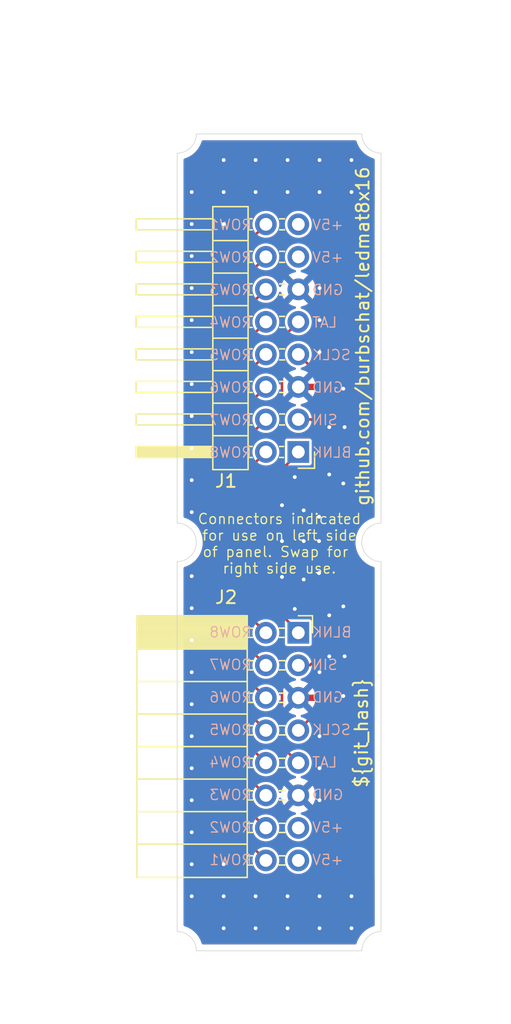
<source format=kicad_pcb>
(kicad_pcb (version 20241229) (generator "pcbnew") (generator_version "9.0")
  (layers (0 "F.Cu" signal) (2 "B.Cu" signal) (13 "F.Paste" user) (15 "B.Paste" user) (5 "F.SilkS" user "F.Silkscreen") (7 "B.SilkS" user "B.Silkscreen") (1 "F.Mask" user) (3 "B.Mask" user) (25 "Edge.Cuts" user))
  (net 0 "")
  (net 1 "/SCLK")
  (net 2 "/ROW2")
  (net 3 "/ROW7")
  (net 4 "/ROW5")
  (net 5 "/ROW8")
  (net 6 "/SIN")
  (net 7 "/ROW4")
  (net 8 "/ROW3")
  (net 9 "/ROW1")
  (net 10 "+5V")
  (net 11 "GND")
  (net 12 "/ROW6")
  (net 13 "/BLANK")
  (net 14 "/LAT")
  (footprint "Connector_PinHeader_2.54mm:PinHeader_2x08_P2.54mm_Horizontal" (layer "F.Cu") (at 138.34066 90.30066 180)
    (property "Reference" "J1" (at 5.655 -2.27 0) (layer "F.SilkS"))
    (property "Value" "Conn_02x08_Odd_Even")
    (fp_line (start 12.69 18.21) (end 6.69 18.21) (stroke (width 0.12)) (layer "F.SilkS"))
    (fp_line (start 12.69 17.35) (end 12.69 18.21) (stroke (width 0.12)) (layer "F.SilkS"))
    (fp_line (start 12.69 15.67) (end 6.69 15.67) (stroke (width 0.12)) (layer "F.SilkS"))
    (fp_line (start 12.69 14.81) (end 12.69 15.67) (stroke (width 0.12)) (layer "F.SilkS"))
    (fp_line (start 12.69 13.13) (end 6.69 13.13) (stroke (width 0.12)) (layer "F.SilkS"))
    (fp_line (start 12.69 12.27) (end 12.69 13.13) (stroke (width 0.12)) (layer "F.SilkS"))
    (fp_line (start 12.69 10.59) (end 6.69 10.59) (stroke (width 0.12)) (layer "F.SilkS"))
    (fp_line (start 12.69 9.73) (end 12.69 10.59) (stroke (width 0.12)) (layer "F.SilkS"))
    (fp_line (start 12.69 8.05) (end 6.69 8.05) (stroke (width 0.12)) (layer "F.SilkS"))
    (fp_line (start 12.69 7.19) (end 12.69 8.05) (stroke (width 0.12)) (layer "F.SilkS"))
    (fp_line (start 12.69 5.51) (end 6.69 5.51) (stroke (width 0.12)) (layer "F.SilkS"))
    (fp_line (start 12.69 4.65) (end 12.69 5.51) (stroke (width 0.12)) (layer "F.SilkS"))
    (fp_line (start 12.69 2.97) (end 6.69 2.97) (stroke (width 0.12)) (layer "F.SilkS"))
    (fp_line (start 12.69 2.11) (end 12.69 2.97) (stroke (width 0.12)) (layer "F.SilkS"))
    (fp_line (start 6.69 19.16) (end 6.69 -1.38) (stroke (width 0.12)) (layer "F.SilkS"))
    (fp_line (start 6.69 17.35) (end 12.69 17.35) (stroke (width 0.12)) (layer "F.SilkS"))
    (fp_line (start 6.69 14.81) (end 12.69 14.81) (stroke (width 0.12)) (layer "F.SilkS"))
    (fp_line (start 6.69 12.27) (end 12.69 12.27) (stroke (width 0.12)) (layer "F.SilkS"))
    (fp_line (start 6.69 9.73) (end 12.69 9.73) (stroke (width 0.12)) (layer "F.SilkS"))
    (fp_line (start 6.69 7.19) (end 12.69 7.19) (stroke (width 0.12)) (layer "F.SilkS"))
    (fp_line (start 6.69 4.65) (end 12.69 4.65) (stroke (width 0.12)) (layer "F.SilkS"))
    (fp_line (start 6.69 2.11) (end 12.69 2.11) (stroke (width 0.12)) (layer "F.SilkS"))
    (fp_line (start 6.69 -1.38) (end 3.93 -1.38) (stroke (width 0.12)) (layer "F.SilkS"))
    (fp_line (start 3.93 19.16) (end 6.69 19.16) (stroke (width 0.12)) (layer "F.SilkS"))
    (fp_line (start 3.93 16.51) (end 6.69 16.51) (stroke (width 0.12)) (layer "F.SilkS"))
    (fp_line (start 3.93 13.97) (end 6.69 13.97) (stroke (width 0.12)) (layer "F.SilkS"))
    (fp_line (start 3.93 11.43) (end 6.69 11.43) (stroke (width 0.12)) (layer "F.SilkS"))
    (fp_line (start 3.93 8.89) (end 6.69 8.89) (stroke (width 0.12)) (layer "F.SilkS"))
    (fp_line (start 3.93 6.35) (end 6.69 6.35) (stroke (width 0.12)) (layer "F.SilkS"))
    (fp_line (start 3.93 3.81) (end 6.69 3.81) (stroke (width 0.12)) (layer "F.SilkS"))
    (fp_line (start 3.93 1.27) (end 6.69 1.27) (stroke (width 0.12)) (layer "F.SilkS"))
    (fp_line (start 3.93 -1.38) (end 3.93 19.16) (stroke (width 0.12)) (layer "F.SilkS"))
    (fp_line (start 3.617358 18.21) (end 3.93 18.21) (stroke (width 0.12)) (layer "F.SilkS"))
    (fp_line (start 3.617358 17.35) (end 3.93 17.35) (stroke (width 0.12)) (layer "F.SilkS"))
    (fp_line (start 3.617358 15.67) (end 3.93 15.67) (stroke (width 0.12)) (layer "F.SilkS"))
    (fp_line (start 3.617358 14.81) (end 3.93 14.81) (stroke (width 0.12)) (layer "F.SilkS"))
    (fp_line (start 3.617358 13.13) (end 3.93 13.13) (stroke (width 0.12)) (layer "F.SilkS"))
    (fp_line (start 3.617358 12.27) (end 3.93 12.27) (stroke (width 0.12)) (layer "F.SilkS"))
    (fp_line (start 3.617358 10.59) (end 3.93 10.59) (stroke (width 0.12)) (layer "F.SilkS"))
    (fp_line (start 3.617358 9.73) (end 3.93 9.73) (stroke (width 0.12)) (layer "F.SilkS"))
    (fp_line (start 3.617358 8.05) (end 3.93 8.05) (stroke (width 0.12)) (layer "F.SilkS"))
    (fp_line (start 3.617358 7.19) (end 3.93 7.19) (stroke (width 0.12)) (layer "F.SilkS"))
    (fp_line (start 3.617358 5.51) (end 3.93 5.51) (stroke (width 0.12)) (layer "F.SilkS"))
    (fp_line (start 3.617358 4.65) (end 3.93 4.65) (stroke (width 0.12)) (layer "F.SilkS"))
    (fp_line (start 3.617358 2.97) (end 3.93 2.97) (stroke (width 0.12)) (layer "F.SilkS"))
    (fp_line (start 3.617358 2.11) (end 3.93 2.11) (stroke (width 0.12)) (layer "F.SilkS"))
    (fp_line (start 3.617358 0.43) (end 3.93 0.43) (stroke (width 0.12)) (layer "F.SilkS"))
    (fp_line (start 3.617358 -0.43) (end 3.93 -0.43) (stroke (width 0.12)) (layer "F.SilkS"))
    (fp_line (start 1.16 0.43) (end 1.462642 0.43) (stroke (width 0.12)) (layer "F.SilkS"))
    (fp_line (start 1.16 -0.43) (end 1.462642 -0.43) (stroke (width 0.12)) (layer "F.SilkS"))
    (fp_line (start 1.077358 18.21) (end 1.462642 18.21) (stroke (width 0.12)) (layer "F.SilkS"))
    (fp_line (start 1.077358 17.35) (end 1.462642 17.35) (stroke (width 0.12)) (layer "F.SilkS"))
    (fp_line (start 1.077358 15.67) (end 1.462642 15.67) (stroke (width 0.12)) (layer "F.SilkS"))
    (fp_line (start 1.077358 14.81) (end 1.462642 14.81) (stroke (width 0.12)) (layer "F.SilkS"))
    (fp_line (start 1.077358 13.13) (end 1.462642 13.13) (stroke (width 0.12)) (layer "F.SilkS"))
    (fp_line (start 1.077358 12.27) (end 1.462642 12.27) (stroke (width 0.12)) (layer "F.SilkS"))
    (fp_line (start 1.077358 10.59) (end 1.462642 10.59) (stroke (width 0.12)) (layer "F.SilkS"))
    (fp_line (start 1.077358 9.73) (end 1.462642 9.73) (stroke (width 0.12)) (layer "F.SilkS"))
    (fp_line (start 1.077358 8.05) (end 1.462642 8.05) (stroke (width 0.12)) (layer "F.SilkS"))
    (fp_line (start 1.077358 7.19) (end 1.462642 7.19) (stroke (width 0.12)) (layer "F.SilkS"))
    (fp_line (start 1.077358 5.51) (end 1.462642 5.51) (stroke (width 0.12)) (layer "F.SilkS"))
    (fp_line (start 1.077358 4.65) (end 1.462642 4.65) (stroke (width 0.12)) (layer "F.SilkS"))
    (fp_line (start 1.077358 2.97) (end 1.462642 2.97) (stroke (width 0.12)) (layer "F.SilkS"))
    (fp_line (start 1.077358 2.11) (end 1.462642 2.11) (stroke (width 0.12)) (layer "F.SilkS"))
    (fp_line (start -1.27 0) (end -1.27 -1.27) (stroke (width 0.12)) (layer "F.SilkS"))
    (fp_line (start -1.27 -1.27) (end 0 -1.27) (stroke (width 0.12)) (layer "F.SilkS"))
    (fp_rect (start 6.69 -0.43) (end 12.69 0.43) (stroke (width 0.12)) (fill yes) (layer "F.SilkS"))
    (pad "1" thru_hole rect (at 0 0 180) (size 1.7 1.7) (drill 1) (layers "*.Cu" "*.Mask") (net 13 "/BLANK"))
    (pad "2" thru_hole circle (at 2.54 0 180) (size 1.7 1.7) (drill 1) (layers "*.Cu" "*.Mask") (net 5 "/ROW8"))
    (pad "3" thru_hole circle (at 0 2.54 180) (size 1.7 1.7) (drill 1) (layers "*.Cu" "*.Mask") (net 6 "/SIN"))
    (pad "4" thru_hole circle (at 2.54 2.54 180) (size 1.7 1.7) (drill 1) (layers "*.Cu" "*.Mask") (net 3 "/ROW7"))
    (pad "5" thru_hole circle (at 0 5.08 180) (size 1.7 1.7) (drill 1) (layers "*.Cu" "*.Mask") (net 11 "GND"))
    (pad "6" thru_hole circle (at 2.54 5.08 180) (size 1.7 1.7) (drill 1) (layers "*.Cu" "*.Mask") (net 12 "/ROW6"))
    (pad "7" thru_hole circle (at 0 7.62 180) (size 1.7 1.7) (drill 1) (layers "*.Cu" "*.Mask") (net 1 "/SCLK"))
    (pad "8" thru_hole circle (at 2.54 7.62 180) (size 1.7 1.7) (drill 1) (layers "*.Cu" "*.Mask") (net 4 "/ROW5"))
    (pad "9" thru_hole circle (at 0 10.16 180) (size 1.7 1.7) (drill 1) (layers "*.Cu" "*.Mask") (net 14 "/LAT"))
    (pad "10" thru_hole circle (at 2.54 10.16 180) (size 1.7 1.7) (drill 1) (layers "*.Cu" "*.Mask") (net 7 "/ROW4"))
    (pad "11" thru_hole circle (at 0 12.7 180) (size 1.7 1.7) (drill 1) (layers "*.Cu" "*.Mask") (net 11 "GND"))
    (pad "12" thru_hole circle (at 2.54 12.7 180) (size 1.7 1.7) (drill 1) (layers "*.Cu" "*.Mask") (net 8 "/ROW3"))
    (pad "13" thru_hole circle (at 0 15.24 180) (size 1.7 1.7) (drill 1) (layers "*.Cu" "*.Mask") (net 10 "+5V"))
    (pad "14" thru_hole circle (at 2.54 15.24 180) (size 1.7 1.7) (drill 1) (layers "*.Cu" "*.Mask") (net 2 "/ROW2"))
    (pad "15" thru_hole circle (at 0 17.78 180) (size 1.7 1.7) (drill 1) (layers "*.Cu" "*.Mask") (net 10 "+5V"))
    (pad "16" thru_hole circle (at 2.54 17.78 180) (size 1.7 1.7) (drill 1) (layers "*.Cu" "*.Mask") (net 9 "/ROW1"))
  )
  (footprint "Connector_PinSocket_2.54mm:PinSocket_2x08_P2.54mm_Horizontal" (layer "F.Cu") (at 138.3407 104.42066)
    (property "Reference" "J2" (at -5.65 -2.77 0) (layer "F.SilkS"))
    (property "Value" "Conn_02x08_Odd_Even")
    (fp_line (start -12.63 -1.33) (end -12.63 19.11) (stroke (width 0.12)) (layer "F.SilkS"))
    (fp_line (start -12.63 -1.33) (end -4 -1.33) (stroke (width 0.12)) (layer "F.SilkS"))
    (fp_line (start -12.63 -1.21) (end -4 -1.21) (stroke (width 0.12)) (layer "F.SilkS"))
    (fp_line (start -12.63 -1.091905) (end -4 -1.091905) (stroke (width 0.12)) (layer "F.SilkS"))
    (fp_line (start -12.63 -0.97381) (end -4 -0.97381) (stroke (width 0.12)) (layer "F.SilkS"))
    (fp_line (start -12.63 -0.855715) (end -4 -0.855715) (stroke (width 0.12)) (layer "F.SilkS"))
    (fp_line (start -12.63 -0.73762) (end -4 -0.73762) (stroke (width 0.12)) (layer "F.SilkS"))
    (fp_line (start -12.63 -0.619525) (end -4 -0.619525) (stroke (width 0.12)) (layer "F.SilkS"))
    (fp_line (start -12.63 -0.50143) (end -4 -0.50143) (stroke (width 0.12)) (layer "F.SilkS"))
    (fp_line (start -12.63 -0.383335) (end -4 -0.383335) (stroke (width 0.12)) (layer "F.SilkS"))
    (fp_line (start -12.63 -0.26524) (end -4 -0.26524) (stroke (width 0.12)) (layer "F.SilkS"))
    (fp_line (start -12.63 -0.147145) (end -4 -0.147145) (stroke (width 0.12)) (layer "F.SilkS"))
    (fp_line (start -12.63 -0.02905) (end -4 -0.02905) (stroke (width 0.12)) (layer "F.SilkS"))
    (fp_line (start -12.63 0.089045) (end -4 0.089045) (stroke (width 0.12)) (layer "F.SilkS"))
    (fp_line (start -12.63 0.20714) (end -4 0.20714) (stroke (width 0.12)) (layer "F.SilkS"))
    (fp_line (start -12.63 0.325235) (end -4 0.325235) (stroke (width 0.12)) (layer "F.SilkS"))
    (fp_line (start -12.63 0.44333) (end -4 0.44333) (stroke (width 0.12)) (layer "F.SilkS"))
    (fp_line (start -12.63 0.561425) (end -4 0.561425) (stroke (width 0.12)) (layer "F.SilkS"))
    (fp_line (start -12.63 0.67952) (end -4 0.67952) (stroke (width 0.12)) (layer "F.SilkS"))
    (fp_line (start -12.63 0.797615) (end -4 0.797615) (stroke (width 0.12)) (layer "F.SilkS"))
    (fp_line (start -12.63 0.91571) (end -4 0.91571) (stroke (width 0.12)) (layer "F.SilkS"))
    (fp_line (start -12.63 1.033805) (end -4 1.033805) (stroke (width 0.12)) (layer "F.SilkS"))
    (fp_line (start -12.63 1.1519) (end -4 1.1519) (stroke (width 0.12)) (layer "F.SilkS"))
    (fp_line (start -12.63 1.27) (end -4 1.27) (stroke (width 0.12)) (layer "F.SilkS"))
    (fp_line (start -12.63 3.81) (end -4 3.81) (stroke (width 0.12)) (layer "F.SilkS"))
    (fp_line (start -12.63 6.35) (end -4 6.35) (stroke (width 0.12)) (layer "F.SilkS"))
    (fp_line (start -12.63 8.89) (end -4 8.89) (stroke (width 0.12)) (layer "F.SilkS"))
    (fp_line (start -12.63 11.43) (end -4 11.43) (stroke (width 0.12)) (layer "F.SilkS"))
    (fp_line (start -12.63 13.97) (end -4 13.97) (stroke (width 0.12)) (layer "F.SilkS"))
    (fp_line (start -12.63 16.51) (end -4 16.51) (stroke (width 0.12)) (layer "F.SilkS"))
    (fp_line (start -12.63 19.11) (end -4 19.11) (stroke (width 0.12)) (layer "F.SilkS"))
    (fp_line (start -4 -1.33) (end -4 19.11) (stroke (width 0.12)) (layer "F.SilkS"))
    (fp_line (start -4 -0.36) (end -3.59 -0.36) (stroke (width 0.12)) (layer "F.SilkS"))
    (fp_line (start -4 0.36) (end -3.59 0.36) (stroke (width 0.12)) (layer "F.SilkS"))
    (fp_line (start -4 2.18) (end -3.59 2.18) (stroke (width 0.12)) (layer "F.SilkS"))
    (fp_line (start -4 2.9) (end -3.59 2.9) (stroke (width 0.12)) (layer "F.SilkS"))
    (fp_line (start -4 4.72) (end -3.59 4.72) (stroke (width 0.12)) (layer "F.SilkS"))
    (fp_line (start -4 5.44) (end -3.59 5.44) (stroke (width 0.12)) (layer "F.SilkS"))
    (fp_line (start -4 7.26) (end -3.59 7.26) (stroke (width 0.12)) (layer "F.SilkS"))
    (fp_line (start -4 7.98) (end -3.59 7.98) (stroke (width 0.12)) (layer "F.SilkS"))
    (fp_line (start -4 9.8) (end -3.59 9.8) (stroke (width 0.12)) (layer "F.SilkS"))
    (fp_line (start -4 10.52) (end -3.59 10.52) (stroke (width 0.12)) (layer "F.SilkS"))
    (fp_line (start -4 12.34) (end -3.59 12.34) (stroke (width 0.12)) (layer "F.SilkS"))
    (fp_line (start -4 13.06) (end -3.59 13.06) (stroke (width 0.12)) (layer "F.SilkS"))
    (fp_line (start -4 14.88) (end -3.59 14.88) (stroke (width 0.12)) (layer "F.SilkS"))
    (fp_line (start -4 15.6) (end -3.59 15.6) (stroke (width 0.12)) (layer "F.SilkS"))
    (fp_line (start -4 17.42) (end -3.59 17.42) (stroke (width 0.12)) (layer "F.SilkS"))
    (fp_line (start -4 18.14) (end -3.59 18.14) (stroke (width 0.12)) (layer "F.SilkS"))
    (fp_line (start -1.49 -0.36) (end -1.11 -0.36) (stroke (width 0.12)) (layer "F.SilkS"))
    (fp_line (start -1.49 0.36) (end -1.11 0.36) (stroke (width 0.12)) (layer "F.SilkS"))
    (fp_line (start -1.49 2.18) (end -1.05 2.18) (stroke (width 0.12)) (layer "F.SilkS"))
    (fp_line (start -1.49 2.9) (end -1.05 2.9) (stroke (width 0.12)) (layer "F.SilkS"))
    (fp_line (start -1.49 4.72) (end -1.05 4.72) (stroke (width 0.12)) (layer "F.SilkS"))
    (fp_line (start -1.49 5.44) (end -1.05 5.44) (stroke (width 0.12)) (layer "F.SilkS"))
    (fp_line (start -1.49 7.26) (end -1.05 7.26) (stroke (width 0.12)) (layer "F.SilkS"))
    (fp_line (start -1.49 7.98) (end -1.05 7.98) (stroke (width 0.12)) (layer "F.SilkS"))
    (fp_line (start -1.49 9.8) (end -1.05 9.8) (stroke (width 0.12)) (layer "F.SilkS"))
    (fp_line (start -1.49 10.52) (end -1.05 10.52) (stroke (width 0.12)) (layer "F.SilkS"))
    (fp_line (start -1.49 12.34) (end -1.05 12.34) (stroke (width 0.12)) (layer "F.SilkS"))
    (fp_line (start -1.49 13.06) (end -1.05 13.06) (stroke (width 0.12)) (layer "F.SilkS"))
    (fp_line (start -1.49 14.88) (end -1.05 14.88) (stroke (width 0.12)) (layer "F.SilkS"))
    (fp_line (start -1.49 15.6) (end -1.05 15.6) (stroke (width 0.12)) (layer "F.SilkS"))
    (fp_line (start -1.49 17.42) (end -1.05 17.42) (stroke (width 0.12)) (layer "F.SilkS"))
    (fp_line (start -1.49 18.14) (end -1.05 18.14) (stroke (width 0.12)) (layer "F.SilkS"))
    (fp_line (start 0 -1.33) (end 1.11 -1.33) (stroke (width 0.12)) (layer "F.SilkS"))
    (fp_line (start 1.11 -1.33) (end 1.11 0) (stroke (width 0.12)) (layer "F.SilkS"))
    (pad "1" thru_hole rect (at 0 0) (size 1.7 1.7) (drill 1) (layers "*.Cu" "*.Mask") (net 13 "/BLANK"))
    (pad "2" thru_hole circle (at -2.54 0) (size 1.7 1.7) (drill 1) (layers "*.Cu" "*.Mask") (net 5 "/ROW8"))
    (pad "3" thru_hole circle (at 0 2.54) (size 1.7 1.7) (drill 1) (layers "*.Cu" "*.Mask") (net 6 "/SIN"))
    (pad "4" thru_hole circle (at -2.54 2.54) (size 1.7 1.7) (drill 1) (layers "*.Cu" "*.Mask") (net 3 "/ROW7"))
    (pad "5" thru_hole circle (at 0 5.08) (size 1.7 1.7) (drill 1) (layers "*.Cu" "*.Mask") (net 11 "GND"))
    (pad "6" thru_hole circle (at -2.54 5.08) (size 1.7 1.7) (drill 1) (layers "*.Cu" "*.Mask") (net 12 "/ROW6"))
    (pad "7" thru_hole circle (at 0 7.62) (size 1.7 1.7) (drill 1) (layers "*.Cu" "*.Mask") (net 1 "/SCLK"))
    (pad "8" thru_hole circle (at -2.54 7.62) (size 1.7 1.7) (drill 1) (layers "*.Cu" "*.Mask") (net 4 "/ROW5"))
    (pad "9" thru_hole circle (at 0 10.16) (size 1.7 1.7) (drill 1) (layers "*.Cu" "*.Mask") (net 14 "/LAT"))
    (pad "10" thru_hole circle (at -2.54 10.16) (size 1.7 1.7) (drill 1) (layers "*.Cu" "*.Mask") (net 7 "/ROW4"))
    (pad "11" thru_hole circle (at 0 12.7) (size 1.7 1.7) (drill 1) (layers "*.Cu" "*.Mask") (net 11 "GND"))
    (pad "12" thru_hole circle (at -2.54 12.7) (size 1.7 1.7) (drill 1) (layers "*.Cu" "*.Mask") (net 8 "/ROW3"))
    (pad "13" thru_hole circle (at 0 15.24) (size 1.7 1.7) (drill 1) (layers "*.Cu" "*.Mask") (net 10 "+5V"))
    (pad "14" thru_hole circle (at -2.54 15.24) (size 1.7 1.7) (drill 1) (layers "*.Cu" "*.Mask") (net 2 "/ROW2"))
    (pad "15" thru_hole circle (at 0 17.78) (size 1.7 1.7) (drill 1) (layers "*.Cu" "*.Mask") (net 10 "+5V"))
    (pad "16" thru_hole circle (at -2.54 17.78) (size 1.7 1.7) (drill 1) (layers "*.Cu" "*.Mask") (net 9 "/ROW1"))
  )
  (gr_line (start 144.8106 66.96062) (end 144.81061 95.860581) (stroke (width 0.05)) (layer "Edge.Cuts"))
  (gr_arc (start 144.810581 66.96062) (mid 143.749923 66.521306) (end 143.310581 65.46066) (stroke (width 0.05)) (layer "Edge.Cuts"))
  (gr_line (start 143.31062 129.2607) (end 130.36066 129.26066) (stroke (width 0.05)) (layer "Edge.Cuts"))
  (gr_line (start 128.86066 127.76066) (end 128.86066 98.86066) (stroke (width 0.05)) (layer "Edge.Cuts"))
  (gr_arc (start 143.31059 97.36058) (mid 143.74993 96.29992) (end 144.81059 95.86058) (stroke (width 0.05)) (layer "Edge.Cuts"))
  (gr_arc (start 128.86066 95.86066) (mid 129.92132 96.3) (end 130.36066 97.36066) (stroke (width 0.05)) (layer "Edge.Cuts"))
  (gr_line (start 144.81059 98.860659) (end 144.8106 127.76062) (stroke (width 0.05)) (layer "Edge.Cuts"))
  (gr_arc (start 143.31062 129.2607) (mid 143.749934 128.200042) (end 144.81058 127.7607) (stroke (width 0.05)) (layer "Edge.Cuts"))
  (gr_arc (start 130.36066 65.46066) (mid 129.921346 66.521318) (end 128.8607 66.96066) (stroke (width 0.05)) (layer "Edge.Cuts"))
  (gr_arc (start 144.81059 98.860659) (mid 143.74993 98.421319) (end 143.31059 97.360659) (stroke (width 0.05)) (layer "Edge.Cuts"))
  (gr_line (start 128.86066 95.86066) (end 128.8607 66.96066) (stroke (width 0.05)) (layer "Edge.Cuts"))
  (gr_line (start 130.36066 65.46066) (end 143.310581 65.46066) (stroke (width 0.05)) (layer "Edge.Cuts"))
  (gr_arc (start 130.36066 97.36066) (mid 129.92132 98.42132) (end 128.86066 98.86066) (stroke (width 0.05)) (layer "Edge.Cuts"))
  (gr_arc (start 128.86066 127.76066) (mid 129.921318 128.199974) (end 130.36066 129.26062) (stroke (width 0.05)) (layer "Edge.Cuts"))
  (gr_text "${git_hash}" (at 143.8607 112.2607 90) (layer "F.SilkS") (effects (font (size 1 1)) (justify bottom)))
  (gr_text "github.com/burbschat/ledmat8x16" (at 143.9607 81.2607 90) (layer "F.SilkS") (effects (font (size 1 1)) (justify bottom)))
  (gr_text "Connectors indicated\nfor use on left side\nof panel. Swap for \nright side use." (at 136.8607 97.4607 0) (layer "F.SilkS") (effects (font (size 0.8 0.8) (thickness 0.1))))
  (gr_text "ROW8" (at 134.7607 104.3807 0) (layer "B.SilkS") (effects (font (size 0.8 0.8) (thickness 0.1)) (justify left mirror)))
  (gr_text "LAT" (at 139.3607 114.5407 0) (layer "B.SilkS") (effects (font (size 0.8 0.8) (thickness 0.1)) (justify right mirror)))
  (gr_text "GND" (at 139.3607 117.0807 0) (layer "B.SilkS") (effects (font (size 0.8 0.8) (thickness 0.1)) (justify right mirror)))
  (gr_text "ROW4" (at 134.7607 114.5407 0) (layer "B.SilkS") (effects (font (size 0.8 0.8) (thickness 0.1)) (justify left mirror)))
  (gr_text "GND" (at 139.3607 77.6407 0) (layer "B.SilkS") (effects (font (size 0.8 0.8) (thickness 0.1)) (justify right mirror)))
  (gr_text "ROW8" (at 134.7607 90.3407 0) (layer "B.SilkS") (effects (font (size 0.8 0.8) (thickness 0.1)) (justify left mirror)))
  (gr_text "SIN" (at 139.3607 106.9207 0) (layer "B.SilkS") (effects (font (size 0.8 0.8) (thickness 0.1)) (justify right mirror)))
  (gr_text "BLNK" (at 139.3607 90.3407 0) (layer "B.SilkS") (effects (font (size 0.8 0.8) (thickness 0.1)) (justify right mirror)))
  (gr_text "+5V" (at 139.3607 122.1607 0) (layer "B.SilkS") (effects (font (size 0.8 0.8) (thickness 0.1)) (justify right mirror)))
  (gr_text "ROW4" (at 134.7607 80.1807 0) (layer "B.SilkS") (effects (font (size 0.8 0.8) (thickness 0.1)) (justify left mirror)))
  (gr_text "ROW5" (at 134.7607 112.0007 0) (layer "B.SilkS") (effects (font (size 0.8 0.8) (thickness 0.1)) (justify left mirror)))
  (gr_text "BLNK" (at 139.3607 104.3807 0) (layer "B.SilkS") (effects (font (size 0.8 0.8) (thickness 0.1)) (justify right mirror)))
  (gr_text "ROW1" (at 134.7607 72.5607 0) (layer "B.SilkS") (effects (font (size 0.8 0.8) (thickness 0.1)) (justify left mirror)))
  (gr_text "LAT" (at 139.3607 80.1807 0) (layer "B.SilkS") (effects (font (size 0.8 0.8) (thickness 0.1)) (justify right mirror)))
  (gr_text "+5V" (at 139.3607 119.6207 0) (layer "B.SilkS") (effects (font (size 0.8 0.8) (thickness 0.1)) (justify right mirror)))
  (gr_text "ROW2" (at 134.7607 75.1007 0) (layer "B.SilkS") (effects (font (size 0.8 0.8) (thickness 0.1)) (justify left mirror)))
  (gr_text "+5V" (at 139.3607 72.5607 0) (layer "B.SilkS") (effects (font (size 0.8 0.8) (thickness 0.1)) (justify right mirror)))
  (gr_text "GND" (at 139.3607 85.2607 0) (layer "B.SilkS") (effects (font (size 0.8 0.8) (thickness 0.1)) (justify right mirror)))
  (gr_text "+5V" (at 139.3607 75.1007 0) (layer "B.SilkS") (effects (font (size 0.8 0.8) (thickness 0.1)) (justify right mirror)))
  (gr_text "ROW3" (at 134.7607 117.0807 0) (layer "B.SilkS") (effects (font (size 0.8 0.8) (thickness 0.1)) (justify left mirror)))
  (gr_text "ROW7" (at 134.7607 106.9207 0) (layer "B.SilkS") (effects (font (size 0.8 0.8) (thickness 0.1)) (justify left mirror)))
  (gr_text "ROW6" (at 134.7607 85.2607 0) (layer "B.SilkS") (effects (font (size 0.8 0.8) (thickness 0.1)) (justify left mirror)))
  (gr_text "ROW6" (at 134.7607 109.4607 0) (layer "B.SilkS") (effects (font (size 0.8 0.8) (thickness 0.1)) (justify left mirror)))
  (gr_text "ROW1" (at 134.7607 122.1607 0) (layer "B.SilkS") (effects (font (size 0.8 0.8) (thickness 0.1)) (justify left mirror)))
  (gr_text "ROW7" (at 134.7607 87.8007 0) (layer "B.SilkS") (effects (font (size 0.8 0.8) (thickness 0.1)) (justify left mirror)))
  (gr_text "ROW3" (at 134.7607 77.6407 0) (layer "B.SilkS") (effects (font (size 0.8 0.8) (thickness 0.1)) (justify left mirror)))
  (gr_text "ROW5" (at 134.7607 82.7207 0) (layer "B.SilkS") (effects (font (size 0.8 0.8) (thickness 0.1)) (justify left mirror)))
  (gr_text "SCLK" (at 139.3607 82.7207 0) (layer "B.SilkS") (effects (font (size 0.8 0.8) (thickness 0.1)) (justify right mirror)))
  (gr_text "GND" (at 139.3607 109.4607 0) (layer "B.SilkS") (effects (font (size 0.8 0.8) (thickness 0.1)) (justify right mirror)))
  (gr_text "ROW2" (at 134.7607 119.6207 0) (layer "B.SilkS") (effects (font (size 0.8 0.8) (thickness 0.1)) (justify left mirror)))
  (gr_text "SCLK" (at 139.3607 112.0007 0) (layer "B.SilkS") (effects (font (size 0.8 0.8) (thickness 0.1)) (justify right mirror)))
  (gr_text "SIN" (at 139.3607 87.8007 0) (layer "B.SilkS") (effects (font (size 0.8 0.8) (thickness 0.1)) (justify right mirror)))
  (segment (start 141.3607 85.7007) (end 141.3607 92.3607) (width 0.2) (layer "F.Cu") (net 1))
  (segment (start 139.3607 94.3607) (end 139.3607 100.7607) (width 0.2) (layer "F.Cu") (net 1))
  (segment (start 141.3607 92.3607) (end 139.3607 94.3607) (width 0.2) (layer "F.Cu") (net 1))
  (segment (start 141.3607 109.02066) (end 138.3407 112.04066) (width 0.2) (layer "F.Cu") (net 1))
  (segment (start 139.3607 100.7607) (end 141.3607 102.7607) (width 0.2) (layer "F.Cu") (net 1))
  (segment (start 141.3607 102.7607) (end 141.3607 109.02066) (width 0.2) (layer "F.Cu") (net 1))
  (segment (start 138.34066 82.68066) (end 141.3607 85.7007) (width 0.2) (layer "F.Cu") (net 1))
  (segment (start 135.80066 75.06066) (end 132 78.86132) (width 0.2) (layer "F.Cu") (net 2))
  (segment (start 132 78.86132) (end 132 115.85996) (width 0.2) (layer "F.Cu") (net 2))
  (segment (start 132 115.85996) (end 135.8007 119.66066) (width 0.2) (layer "F.Cu") (net 2))
  (segment (start 134.5 89.06132) (end 134.5 105.65996) (width 0.2) (layer "F.Cu") (net 3))
  (segment (start 134.5 105.65996) (end 135.8007 106.96066) (width 0.2) (layer "F.Cu") (net 3))
  (segment (start 135.80066 87.76066) (end 134.5 89.06132) (width 0.2) (layer "F.Cu") (net 3))
  (segment (start 133.5 109.73996) (end 135.8007 112.04066) (width 0.2) (layer "F.Cu") (net 4))
  (segment (start 133.5 84.98132) (end 133.5 109.73996) (width 0.2) (layer "F.Cu") (net 4))
  (segment (start 135.80066 82.68066) (end 133.5 84.98132) (width 0.2) (layer "F.Cu") (net 4))
  (segment (start 135.80066 90.30066) (end 135 91.10132) (width 0.2) (layer "F.Cu") (net 5))
  (segment (start 135 103.61996) (end 135.8007 104.42066) (width 0.2) (layer "F.Cu") (net 5))
  (segment (start 135 91.10132) (end 135 103.61996) (width 0.2) (layer "F.Cu") (net 5))
  (segment (start 140.2 103.3) (end 140.2 106) (width 0.2) (layer "F.Cu") (net 6))
  (segment (start 140.2 106) (end 139.23934 106.96066) (width 0.2) (layer "F.Cu") (net 6))
  (segment (start 138.34066 87.76066) (end 139.36066 87.76066) (width 0.2) (layer "F.Cu") (net 6))
  (segment (start 138.1607 93.8607) (end 138.1607 101.2607) (width 0.2) (layer "F.Cu") (net 6))
  (segment (start 138.1607 101.2607) (end 140.2 103.3) (width 0.2) (layer "F.Cu") (net 6))
  (segment (start 140.2 88.6) (end 140.2 91.8214) (width 0.2) (layer "F.Cu") (net 6))
  (segment (start 139.36066 87.76066) (end 140.2 88.6) (width 0.2) (layer "F.Cu") (net 6))
  (segment (start 139.23934 106.96066) (end 138.3407 106.96066) (width 0.2) (layer "F.Cu") (net 6))
  (segment (start 140.2 91.8214) (end 138.1607 93.8607) (width 0.2) (layer "F.Cu") (net 6))
  (segment (start 133 111.77996) (end 135.8007 114.58066) (width 0.2) (layer "F.Cu") (net 7))
  (segment (start 133 82.94132) (end 133 111.77996) (width 0.2) (layer "F.Cu") (net 7))
  (segment (start 135.80066 80.14066) (end 133 82.94132) (width 0.2) (layer "F.Cu") (net 7))
  (segment (start 132.5 113.81996) (end 132.5 80.90132) (width 0.2) (layer "F.Cu") (net 8))
  (segment (start 132.5 80.90132) (end 135.80066 77.60066) (width 0.2) (layer "F.Cu") (net 8))
  (segment (start 135.8007 117.12066) (end 132.5 113.81996) (width 0.2) (layer "F.Cu") (net 8))
  (segment (start 131.5 76.82132) (end 131.5 117.89996) (width 0.2) (layer "F.Cu") (net 9))
  (segment (start 135.80066 72.52066) (end 131.5 76.82132) (width 0.2) (layer "F.Cu") (net 9))
  (segment (start 131.5 117.89996) (end 135.8007 122.20066) (width 0.2) (layer "F.Cu") (net 9))
  (segment (start 138.34066 85.22066) (end 139.92066 85.22066) (width 0.5) (layer "F.Cu") (net 11))
  (segment (start 139.9607 85.2607) (end 139.92066 85.22066) (width 0.5) (layer "F.Cu") (net 11))
  (segment (start 139.9607 109.4607) (end 139.92074 109.50066) (width 0.5) (layer "F.Cu") (net 11))
  (segment (start 138.3407 109.50066) (end 139.92074 109.50066) (width 0.5) (layer "F.Cu") (net 11))
  (via (at 132.5 72.5) (size 0.6) (drill 0.3) (layers "F.Cu" "B.Cu") (net 11))
  (via (at 130 80) (size 0.6) (drill 0.3) (layers "F.Cu" "B.Cu") (net 11))
  (via (at 132.5 127.5) (size 0.6) (drill 0.3) (layers "F.Cu" "B.Cu") (net 11))
  (via (at 141.8607 92.7607) (size 0.6) (drill 0.3) (layers "F.Cu" "B.Cu") (net 11))
  (via (at 138.7607 100.2607) (size 0.6) (drill 0.3) (layers "F.Cu" "B.Cu") (net 11))
  (via (at 140 117.5) (size 0.6) (drill 0.3) (layers "F.Cu" "B.Cu") (net 11))
  (via (at 140.7607 106.2607) (size 0.6) (drill 0.3) (layers "F.Cu" "B.Cu") (net 11))
  (via (at 130 82.5) (size 0.6) (drill 0.3) (layers "F.Cu" "B.Cu") (net 11))
  (via (at 137.5 127.5) (size 0.6) (drill 0.3) (layers "F.Cu" "B.Cu") (net 11))
  (via (at 140 125) (size 0.6) (drill 0.3) (layers "F.Cu" "B.Cu") (net 11))
  (via (at 140 115) (size 0.6) (drill 0.3) (layers "F.Cu" "B.Cu") (net 11))
  (via (at 140 82.5) (size 0.6) (drill 0.3) (layers "F.Cu" "B.Cu") (net 11))
  (via (at 141.8607 109.3607) (size 0.6) (drill 0.3) (layers "F.Cu" "B.Cu") (net 11))
  (via (at 140.7607 103.0607) (size 0.6) (drill 0.3) (layers "F.Cu" "B.Cu") (net 11))
  (via (at 142.5 67.5) (size 0.6) (drill 0.3) (layers "F.Cu" "B.Cu") (net 11))
  (via (at 138.0607 92.2607) (size 0.6) (drill 0.3) (layers "F.Cu" "B.Cu") (net 11))
  (via (at 138.7607 97.2607) (size 0.6) (drill 0.3) (layers "F.Cu" "B.Cu") (net 11))
  (via (at 142.5 125) (size 0.6) (drill 0.3) (layers "F.Cu" "B.Cu") (net 11))
  (via (at 130 120) (size 0.6) (drill 0.3) (layers "F.Cu" "B.Cu") (net 11))
  (via (at 130 107.5) (size 0.6) (drill 0.3) (layers "F.Cu" "B.Cu") (net 11))
  (via (at 140 80) (size 0.6) (drill 0.3) (layers "F.Cu" "B.Cu") (net 11))
  (via (at 137.0607 94.4607) (size 0.6) (drill 0.3) (layers "F.Cu" "B.Cu") (net 11))
  (via (at 137.5 125) (size 0.6) (drill 0.3) (layers "F.Cu" "B.Cu") (net 11))
  (via (at 130 70) (size 0.6) (drill 0.3) (layers "F.Cu" "B.Cu") (net 11))
  (via (at 141.8607 85.3607) (size 0.6) (drill 0.3) (layers "F.Cu" "B.Cu") (net 11))
  (via (at 130 75) (size 0.6) (drill 0.3) (layers "F.Cu" "B.Cu") (net 11))
  (via (at 140.7607 88.3607) (size 0.6) (drill 0.3) (layers "F.Cu" "B.Cu") (net 11))
  (via (at 130 110) (size 0.6) (drill 0.3) (layers "F.Cu" "B.Cu") (net 11))
  (via (at 130 105) (size 0.6) (drill 0.3) (layers "F.Cu" "B.Cu") (net 11))
  (via (at 135 127.5) (size 0.6) (drill 0.3) (layers "F.Cu" "B.Cu") (net 11))
  (via (at 135 70) (size 0.6) (drill 0.3) (layers "F.Cu" "B.Cu") (net 11))
  (via (at 130 85) (size 0.6) (drill 0.3) (layers "F.Cu" "B.Cu") (net 11))
  (via (at 138.0607 102.5607) (size 0.6) (drill 0.3) (layers "F.Cu" "B.Cu") (net 11))
  (via (at 140.7607 92.0607) (size 0.6) (drill 0.3) (layers "F.Cu" "B.Cu") (net 11))
  (via (at 132.5 70) (size 0.6) (drill 0.3) (layers "F.Cu" "B.Cu") (net 11))
  (via (at 130 77.5) (size 0.6) (drill 0.3) (layers "F.Cu" "B.Cu") (net 11))
  (via (at 137.5 67.5) (size 0.6) (drill 0.3) (layers "F.Cu" "B.Cu") (net 11))
  (via (at 139.9607 95.3607) (size 0.6) (drill 0.3) (layers "F.Cu" "B.Cu") (net 11))
  (via (at 130 90) (size 0.6) (drill 0.3) (layers "F.Cu" "B.Cu") (net 11))
  (via (at 130 72.5) (size 0.6) (drill 0.3) (layers "F.Cu" "B.Cu") (net 11))
  (via (at 140 77.5) (size 0.6) (drill 0.3) (layers "F.Cu" "B.Cu") (net 11))
  (via (at 132.5 67.5) (size 0.6) (drill 0.3) (layers "F.Cu" "B.Cu") (net 11))
  (via (at 130 87.5) (size 0.6) (drill 0.3) (layers "F.Cu" "B.Cu") (net 11))
  (via (at 130 100) (size 0.6) (drill 0.3) (layers "F.Cu" "B.Cu") (net 11))
  (via (at 137.0607 100.0607) (size 0.6) (drill 0.3) (layers "F.Cu" "B.Cu") (net 11))
  (via (at 132.5 122.5) (size 0.6) (drill 0.3) (layers "F.Cu" "B.Cu") (net 11))
  (via (at 140 112.5) (size 0.6) (drill 0.3) (layers "F.Cu" "B.Cu") (net 11))
  (via (at 130 117.5) (size 0.6) (drill 0.3) (layers "F.Cu" "B.Cu") (net 11))
  (via (at 132.5 125) (size 0.6) (drill 0.3) (layers "F.Cu" "B.Cu") (net 11))
  (via (at 138.7607 94.8607) (size 0.6) (drill 0.3) (layers "F.Cu" "B.Cu") (net 11))
  (via (at 140 127.5) (size 0.6) (drill 0.3) (layers "F.Cu" "B.Cu") (net 11))
  (via (at 130 122.5) (size 0.6) (drill 0.3) (layers "F.Cu" "B.Cu") (net 11))
  (via (at 139.9607 97.2607) (size 0.6) (drill 0.3) (layers "F.Cu" "B.Cu") (net 11))
  (via (at 141.8607 102.3607) (size 0.6) (drill 0.3) (layers "F.Cu" "B.Cu") (net 11))
  (via (at 130 92.5) (size 0.6) (drill 0.3) (layers "F.Cu" "B.Cu") (net 11))
  (via (at 140 70) (size 0.6) (drill 0.3) (layers "F.Cu" "B.Cu") (net 11))
  (via (at 141.9607 106.2607) (size 0.6) (drill 0.3) (layers "F.Cu" "B.Cu") (net 11))
  (via (at 137.5 70) (size 0.6) (drill 0.3) (layers "F.Cu" "B.Cu") (net 11))
  (via (at 137.0607 97.2607) (size 0.6) (drill 0.3) (layers "F.Cu" "B.Cu") (net 11))
  (via (at 135 67.5) (size 0.6) (drill 0.3) (layers "F.Cu" "B.Cu") (net 11))
  (via (at 130 112.5) (size 0.6) (drill 0.3) (layers "F.Cu" "B.Cu") (net 11))
  (via (at 139.9607 99.7607) (size 0.6) (drill 0.3) (layers "F.Cu" "B.Cu") (net 11))
  (via (at 140 67.5) (size 0.6) (drill 0.3) (layers "F.Cu" "B.Cu") (net 11))
  (via (at 140 107.5) (size 0.6) (drill 0.3) (layers "F.Cu" "B.Cu") (net 11))
  (via (at 142.5 127.5) (size 0.6) (drill 0.3) (layers "F.Cu" "B.Cu") (net 11))
  (via (at 130 102.5) (size 0.6) (drill 0.3) (layers "F.Cu" "B.Cu") (net 11))
  (via (at 130 115) (size 0.6) (drill 0.3) (layers "F.Cu" "B.Cu") (net 11))
  (via (at 130 95) (size 0.6) (drill 0.3) (layers "F.Cu" "B.Cu") (net 11))
  (via (at 142.5 70) (size 0.6) (drill 0.3) (layers "F.Cu" "B.Cu") (net 11))
  (via (at 141.9607 88.3607) (size 0.6) (drill 0.3) (layers "F.Cu" "B.Cu") (net 11))
  (via (at 130 125) (size 0.6) (drill 0.3) (layers "F.Cu" "B.Cu") (net 11))
  (via (at 135 125) (size 0.6) (drill 0.3) (layers "F.Cu" "B.Cu") (net 11))
  (segment (start 134 87.02132) (end 134 107.69996) (width 0.2) (layer "F.Cu") (net 12))
  (segment (start 134 107.69996) (end 135.8007 109.50066) (width 0.2) (layer "F.Cu") (net 12))
  (segment (start 135.80066 85.22066) (end 134 87.02132) (width 0.2) (layer "F.Cu") (net 12))
  (segment (start 136.0607 92.6607) (end 136.0607 102.0607) (width 0.2) (layer "F.Cu") (net 13))
  (segment (start 138.34066 90.38074) (end 136.0607 92.6607) (width 0.2) (layer "F.Cu") (net 13))
  (segment (start 138.3407 104.3407) (end 138.3407 104.42066) (width 0.2) (layer "F.Cu") (net 13))
  (segment (start 136.0607 102.0607) (end 138.3407 104.3407) (width 0.2) (layer "F.Cu") (net 13))
  (segment (start 138.34066 90.30066) (end 138.34066 90.38074) (width 0.2) (layer "F.Cu") (net 13))
  (segment (start 137.0607 113.30066) (end 137.0607 103.73423) (width 0.2) (layer "F.Cu") (net 14))
  (segment (start 137.0607 81.42062) (end 138.34066 80.14066) (width 0.2) (layer "F.Cu") (net 14))
  (segment (start 138.3407 114.58066) (end 137.0607 113.30066) (width 0.2) (layer "F.Cu") (net 14))
  (segment (start 137.0607 103.73423) (end 135.5607 102.23423) (width 0.2) (layer "F.Cu") (net 14))
  (segment (start 135.5607 92.4607) (end 137.0607 90.9607) (width 0.2) (layer "F.Cu") (net 14))
  (segment (start 135.5607 102.23423) (end 135.5607 92.4607) (width 0.2) (layer "F.Cu") (net 14))
  (segment (start 137.0607 90.9607) (end 137.0607 81.42062) (width 0.2) (layer "F.Cu") (net 14))
  (zone (net 11) (net_name "GND") (layers "F.Cu" "B.Cu") (connect_pads (clearance 0.2)) (min_thickness 0.2) (fill yes (thermal_gap 0.5) (thermal_bridge_width 0.5))
    (polygon (pts (xy 115 55) (xy 115 135) (xy 155 135) (xy 155 55)))
  )
)
</source>
